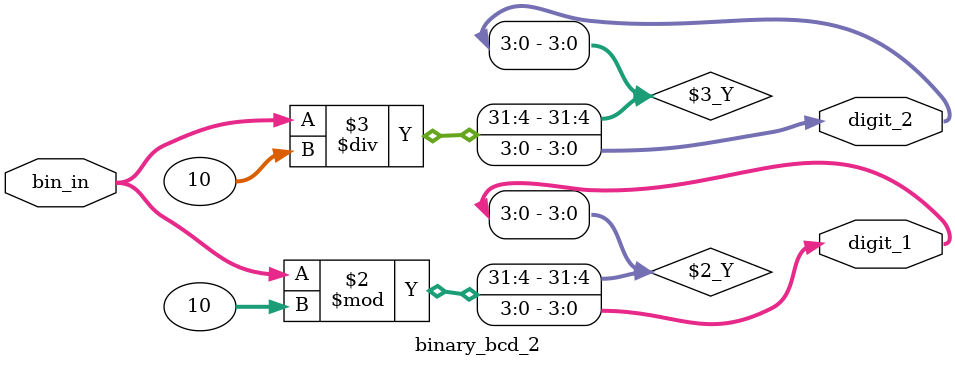
<source format=v>
module binary_bcd_2(bin_in, digit_1, digit_2);
  
  input [6:0] bin_in;
  output reg [3:0] digit_1;
  output reg [3:0] digit_2;
  integer i; 
	
always @ (bin_in) 
begin 
	
	digit_1 = bin_in % 10; 
	digit_2 = bin_in / 10; 

end
  
endmodule 
</source>
